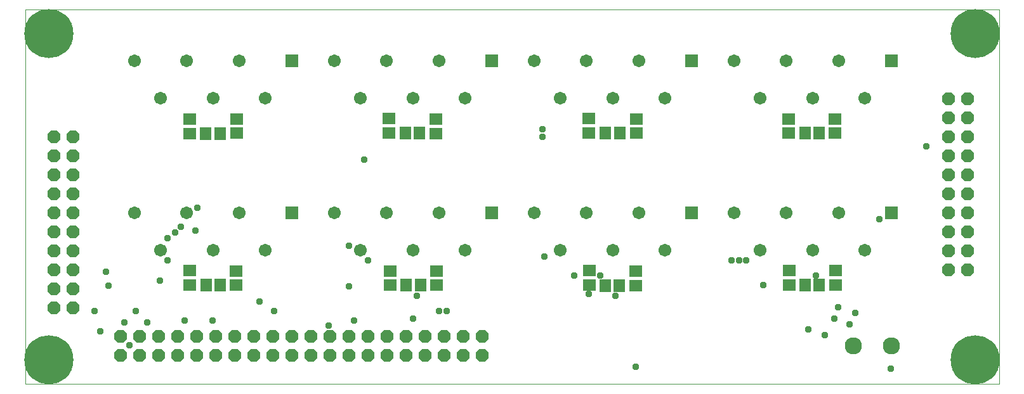
<source format=gbs>
G75*
%MOIN*%
%OFA0B0*%
%FSLAX25Y25*%
%IPPOS*%
%LPD*%
%AMOC8*
5,1,8,0,0,1.08239X$1,22.5*
%
%ADD10C,0.00000*%
%ADD11R,0.05918X0.06706*%
%ADD12R,0.06737X0.06737*%
%ADD13C,0.06737*%
%ADD14C,0.09050*%
%ADD15OC8,0.06800*%
%ADD16R,0.06706X0.05918*%
%ADD17C,0.25800*%
%ADD18C,0.03778*%
D10*
X0001500Y0001500D02*
X0001500Y0198350D01*
X0513311Y0198350D01*
X0513311Y0001500D01*
X0001500Y0001500D01*
D11*
X0096539Y0053350D03*
X0104020Y0053350D03*
X0201697Y0053390D03*
X0209177Y0053390D03*
X0306303Y0053311D03*
X0313783Y0053311D03*
X0411303Y0053469D03*
X0418783Y0053469D03*
X0418626Y0133350D03*
X0411146Y0133350D03*
X0313862Y0133390D03*
X0306382Y0133390D03*
X0208783Y0133350D03*
X0201303Y0133350D03*
X0103902Y0133154D03*
X0096421Y0133154D03*
D12*
X0141500Y0171500D03*
X0246500Y0171500D03*
X0351500Y0171500D03*
X0456500Y0171500D03*
X0456500Y0091500D03*
X0351500Y0091500D03*
X0246500Y0091500D03*
X0141500Y0091500D03*
D13*
X0163823Y0091500D03*
X0191382Y0091500D03*
X0218941Y0091500D03*
X0232720Y0071815D03*
X0205161Y0071815D03*
X0177602Y0071815D03*
X0127720Y0071815D03*
X0100161Y0071815D03*
X0072602Y0071815D03*
X0058823Y0091500D03*
X0086382Y0091500D03*
X0113941Y0091500D03*
X0127720Y0151815D03*
X0100161Y0151815D03*
X0072602Y0151815D03*
X0058823Y0171500D03*
X0086382Y0171500D03*
X0113941Y0171500D03*
X0163823Y0171500D03*
X0191382Y0171500D03*
X0218941Y0171500D03*
X0232720Y0151815D03*
X0205161Y0151815D03*
X0177602Y0151815D03*
X0268823Y0171500D03*
X0296382Y0171500D03*
X0323941Y0171500D03*
X0337720Y0151815D03*
X0310161Y0151815D03*
X0282602Y0151815D03*
X0373823Y0171500D03*
X0401382Y0171500D03*
X0428941Y0171500D03*
X0442720Y0151815D03*
X0415161Y0151815D03*
X0387602Y0151815D03*
X0373823Y0091500D03*
X0401382Y0091500D03*
X0428941Y0091500D03*
X0442720Y0071815D03*
X0415161Y0071815D03*
X0387602Y0071815D03*
X0337720Y0071815D03*
X0310161Y0071815D03*
X0282602Y0071815D03*
X0268823Y0091500D03*
X0296382Y0091500D03*
X0323941Y0091500D03*
D14*
X0436500Y0021500D03*
X0456500Y0021500D03*
D15*
X0486500Y0061500D03*
X0496500Y0061500D03*
X0496500Y0071500D03*
X0486500Y0071500D03*
X0486500Y0081500D03*
X0496500Y0081500D03*
X0496500Y0091500D03*
X0486500Y0091500D03*
X0486500Y0101500D03*
X0496500Y0101500D03*
X0496500Y0111500D03*
X0486500Y0111500D03*
X0486500Y0121500D03*
X0496500Y0121500D03*
X0496500Y0131500D03*
X0486500Y0131500D03*
X0486500Y0141500D03*
X0496500Y0141500D03*
X0496500Y0151500D03*
X0486500Y0151500D03*
X0241500Y0026500D03*
X0231500Y0026500D03*
X0221500Y0026500D03*
X0211500Y0026500D03*
X0201500Y0026500D03*
X0191500Y0026500D03*
X0181500Y0026500D03*
X0171500Y0026500D03*
X0161500Y0026500D03*
X0151500Y0026500D03*
X0141500Y0026500D03*
X0131500Y0026500D03*
X0121500Y0026500D03*
X0111500Y0026500D03*
X0101500Y0026500D03*
X0091500Y0026500D03*
X0081500Y0026500D03*
X0071500Y0026500D03*
X0061500Y0026500D03*
X0051500Y0026500D03*
X0051500Y0016500D03*
X0061500Y0016500D03*
X0071500Y0016500D03*
X0081500Y0016500D03*
X0091500Y0016500D03*
X0101500Y0016500D03*
X0111500Y0016500D03*
X0121500Y0016500D03*
X0131500Y0016500D03*
X0141500Y0016500D03*
X0151500Y0016500D03*
X0161500Y0016500D03*
X0171500Y0016500D03*
X0181500Y0016500D03*
X0191500Y0016500D03*
X0201500Y0016500D03*
X0211500Y0016500D03*
X0221500Y0016500D03*
X0231500Y0016500D03*
X0241500Y0016500D03*
X0026500Y0041500D03*
X0016500Y0041500D03*
X0016500Y0051500D03*
X0026500Y0051500D03*
X0026500Y0061500D03*
X0016500Y0061500D03*
X0016500Y0071500D03*
X0026500Y0071500D03*
X0026500Y0081500D03*
X0016500Y0081500D03*
X0016500Y0091500D03*
X0026500Y0091500D03*
X0026500Y0101500D03*
X0016500Y0101500D03*
X0016500Y0111500D03*
X0026500Y0111500D03*
X0026500Y0121500D03*
X0016500Y0121500D03*
X0016500Y0131500D03*
X0026500Y0131500D03*
D16*
X0087878Y0133311D03*
X0087878Y0140791D03*
X0112484Y0140870D03*
X0112484Y0133390D03*
X0192720Y0133547D03*
X0192720Y0141028D03*
X0217327Y0140791D03*
X0217327Y0133311D03*
X0297681Y0133547D03*
X0297681Y0141028D03*
X0322642Y0140870D03*
X0322642Y0133390D03*
X0402602Y0133508D03*
X0402602Y0140988D03*
X0427012Y0140988D03*
X0427012Y0133508D03*
X0427209Y0061106D03*
X0427209Y0053626D03*
X0402839Y0053587D03*
X0402839Y0061067D03*
X0322169Y0060752D03*
X0322169Y0053272D03*
X0297878Y0053547D03*
X0297878Y0061028D03*
X0217563Y0060949D03*
X0217563Y0053469D03*
X0193232Y0053469D03*
X0193232Y0060949D03*
X0112445Y0060909D03*
X0112445Y0053429D03*
X0088035Y0053547D03*
X0088035Y0061028D03*
D17*
X0014020Y0014020D03*
X0014020Y0185831D03*
X0500791Y0185831D03*
X0500791Y0014020D03*
D18*
X0456224Y0009374D03*
X0421776Y0027091D03*
X0412917Y0030043D03*
X0426697Y0035949D03*
X0434571Y0032996D03*
X0437524Y0038902D03*
X0428665Y0041854D03*
X0389295Y0053665D03*
X0416854Y0058587D03*
X0380437Y0066461D03*
X0376500Y0066461D03*
X0372563Y0066461D03*
X0311539Y0047760D03*
X0297760Y0048744D03*
X0303665Y0058587D03*
X0289886Y0058587D03*
X0274138Y0068429D03*
X0207209Y0047760D03*
X0219020Y0039886D03*
X0222957Y0039886D03*
X0205240Y0035949D03*
X0174256Y0034925D03*
X0160949Y0032012D03*
X0132406Y0039886D03*
X0124531Y0044807D03*
X0099925Y0034965D03*
X0085161Y0034965D03*
X0065476Y0033980D03*
X0059571Y0039886D03*
X0053665Y0033980D03*
X0040870Y0029059D03*
X0056382Y0021854D03*
X0037917Y0039886D03*
X0045358Y0053075D03*
X0043823Y0060555D03*
X0072366Y0055752D03*
X0076303Y0066461D03*
X0076303Y0078272D03*
X0080240Y0081224D03*
X0083193Y0084177D03*
X0091067Y0082209D03*
X0092051Y0094020D03*
X0171776Y0074335D03*
X0181618Y0066461D03*
X0171776Y0052681D03*
X0322366Y0010358D03*
X0450319Y0088114D03*
X0474925Y0126500D03*
X0273154Y0131421D03*
X0273154Y0135358D03*
X0179650Y0119610D03*
M02*

</source>
